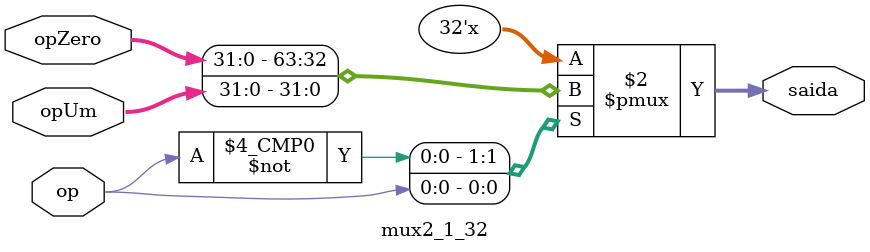
<source format=v>
module mux2_1_32(
	input [31:0] opZero,
	input [31:0] opUm,
	input op,
	output reg [31:0] saida	
);


always@(*)
begin
	case(op)
	1'b0:
		saida = opZero;
	1'b1:
		saida = opUm;
	endcase
end

endmodule
</source>
